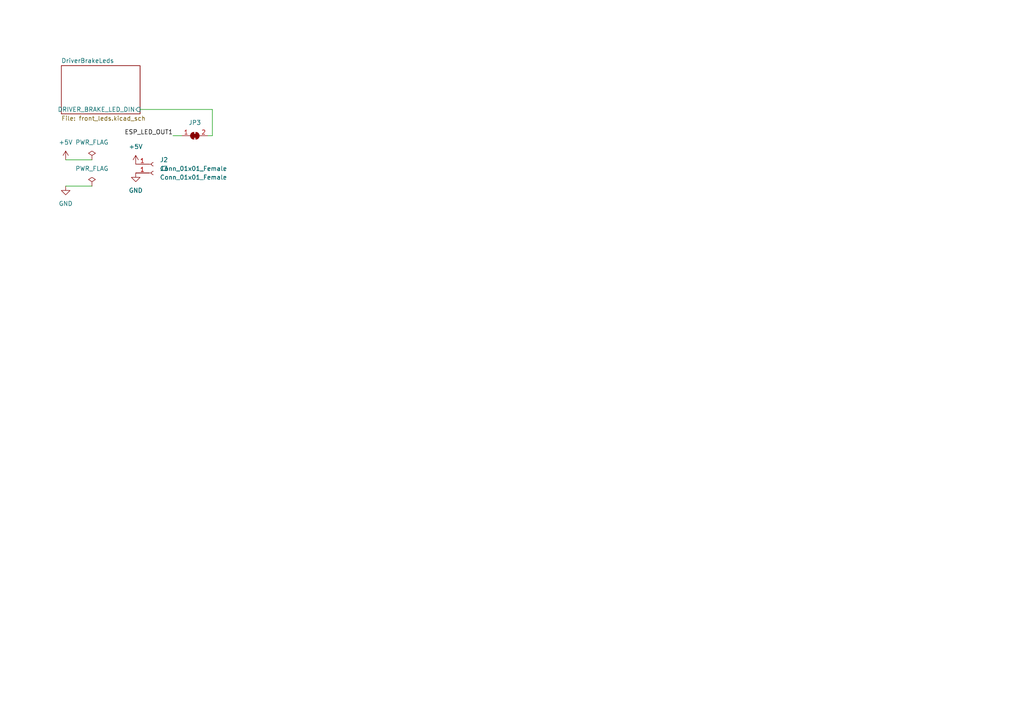
<source format=kicad_sch>
(kicad_sch (version 20211123) (generator eeschema)
  (paper "A4")
  (lib_symbols
    (symbol "Connector:Conn_01x01_Female" (pin_names (offset 1.016) hide)
      (property "Reference" "J" (at 0 2.54 0))
      (property "Value" "Conn_01x01_Female" (at 0 -2.54 0))
      (symbol "Conn_01x01_Female_1_1"
        (polyline (pts (xy -1.27 0) (xy -0.508 0)) (stroke (width 0.1524)))
        (arc (start 0 0.508) (mid -0.508 0) (end 0 -0.508) (stroke (width 0.1524)))
        (pin passive line (at -5.08 0 0) (length 3.81) (name "Pin_1") (number "1"))
      )
    )
    (symbol "Jumper:SolderJumper_2_Bridged" (pin_names (offset 0) hide)
      (property "Reference" "JP" (at 0 2.032 0))
      (property "Value" "SolderJumper_2_Bridged" (at 0 -2.54 0))
      (symbol "SolderJumper_2_Bridged_0_1"
        (rectangle (start -0.508 0.508) (end 0.508 -0.508) (fill (type outline)))
        (arc (start -0.254 1.016) (mid -1.27 0) (end -0.254 -1.016))
        (arc (start -0.254 1.016) (mid -1.27 0) (end -0.254 -1.016) (fill (type outline)))
        (polyline (pts (xy -0.254 1.016) (xy -0.254 -1.016)))
        (polyline (pts (xy 0.254 1.016) (xy 0.254 -1.016)))
        (arc (start 0.254 -1.016) (mid 1.27 0) (end 0.254 1.016))
        (arc (start 0.254 -1.016) (mid 1.27 0) (end 0.254 1.016) (fill (type outline)))
      )
      (symbol "SolderJumper_2_Bridged_1_1"
        (pin passive line (at -3.81 0 0) (length 2.54) (name "A") (number "1"))
        (pin passive line (at 3.81 0 180) (length 2.54) (name "B") (number "2"))
      )
    )
    (symbol "power:+5V" (power) (pin_names (offset 0))
      (property "Value" "+5V" (at 0 3.556 0))
      (symbol "+5V_0_1"
        (polyline (pts (xy -0.762 1.27) (xy 0 2.54)))
        (polyline (pts (xy 0 0) (xy 0 2.54)))
        (polyline (pts (xy 0 2.54) (xy 0.762 1.27)))
      )
      (symbol "+5V_1_1"
        (pin power_in line (at 0 0 90) (length 0) hide (name "+5V") (number "1"))
      )
    )
    (symbol "power:GND" (power) (pin_names (offset 0))
      (property "Value" "GND" (at 0 -3.81 0))
      (symbol "GND_0_1"
        (polyline (pts (xy 0 0) (xy 0 -1.27) (xy 1.27 -1.27) (xy 0 -2.54) (xy -1.27 -1.27) (xy 0 -1.27)))
      )
      (symbol "GND_1_1"
        (pin power_in line (at 0 0 270) (length 0) hide (name "GND") (number "1"))
      )
    )
    (symbol "power:PWR_FLAG" (power) (pin_numbers hide) (pin_names (offset 0) hide)
      (property "Value" "PWR_FLAG" (at 0 3.81 0))
      (symbol "PWR_FLAG_0_0"
        (pin power_out line (at 0 0 90) (length 0) (name "pwr") (number "1"))
      )
      (symbol "PWR_FLAG_0_1"
        (polyline (pts (xy 0 0) (xy 0 1.27) (xy -1.016 1.905) (xy 0 2.54) (xy 1.016 1.905) (xy 0 1.27)))
      )
    )
  )
  (wire (pts (xy 61.595 31.75) (xy 61.595 39.37)))
  (wire (pts (xy 19.05 46.355) (xy 26.67 46.355)))
  (wire (pts (xy 50.165 39.37) (xy 52.705 39.37)))
  (wire (pts (xy 19.05 53.975) (xy 26.67 53.975)))
  (wire (pts (xy 60.325 39.37) (xy 61.595 39.37)))
  (wire (pts (xy 40.64 31.75) (xy 61.595 31.75)))
  (label "ESP_LED_OUT1" (at 50.165 39.37 180))
  (symbol (lib_id "power:PWR_FLAG") (at 26.67 46.355 0) (unit 1)
    (property "Reference" "#FLG0101" (effects hide))
    (property "Value" "PWR_FLAG" (at 26.67 41.275 0))
  )
  (symbol (lib_id "power:+5V") (at 39.37 47.625 0) (unit 1)
    (property "Reference" "#PWR0739" (effects hide))
    (property "Value" "+5V" (at 39.37 42.545 0))
  )
  (symbol (lib_id "Connector:Conn_01x01_Female") (at 44.45 47.625 0) (unit 1)
    (property "Reference" "J2" (at 46.355 46.3549 0) (effects (justify left)))
    (property "Value" "Conn_01x01_Female" (at 46.355 48.8949 0) (effects (justify left)))
    (property "Footprint" "Connector_Wire:SolderWirePad_1x01_SMD_5x10mm" (effects hide))
  )
  (symbol (lib_id "power:GND") (at 19.05 53.975 0) (unit 1)
    (property "Reference" "#PWR0667" (effects hide))
    (property "Value" "GND" (at 19.05 59.055 0))
  )
  (symbol (lib_id "power:+5V") (at 19.05 46.355 0) (unit 1)
    (property "Reference" "#PWR0666" (effects hide))
    (property "Value" "+5V" (at 19.05 41.275 0))
  )
  (symbol (lib_id "power:PWR_FLAG") (at 26.67 53.975 0) (unit 1)
    (property "Reference" "#FLG0102" (effects hide))
    (property "Value" "PWR_FLAG" (at 26.67 48.895 0))
  )
  (symbol (lib_id "power:GND") (at 39.37 50.165 0) (unit 1)
    (property "Reference" "#PWR0765" (effects hide))
    (property "Value" "GND" (at 39.37 55.245 0))
  )
  (symbol (lib_id "Jumper:SolderJumper_2_Bridged") (at 56.515 39.37 0) (unit 1)
    (property "Reference" "JP3" (at 56.515 35.56 0))
    (property "Value" "SolderJumper_2_Open" (effects hide))
    (property "Footprint" "Jumper:SolderJumper-2_P1.3mm_Bridged_RoundedPad1.0x1.5mm" (effects hide))
  )
  (symbol (lib_id "Connector:Conn_01x01_Female") (at 44.45 50.165 0) (unit 1)
    (property "Reference" "J3" (at 46.355 48.8949 0) (effects (justify left)))
    (property "Value" "Conn_01x01_Female" (at 46.355 51.4349 0) (effects (justify left)))
    (property "Footprint" "Connector_Wire:SolderWirePad_1x01_SMD_5x10mm" (effects hide))
  )
  (sheet (at 17.78 19.05) (size 22.86 13.97)
    (property "Sheet name" "DriverBrakeLeds" (at 17.78 18.3384 0) (effects (justify left bottom)))
    (property "Sheet file" "front_leds.kicad_sch" (at 17.78 33.6046 0) (effects (justify left top)))
    (pin "DRIVER_BRAKE_LED_DIN" input (at 40.64 31.75 0))
  )
)
</source>
